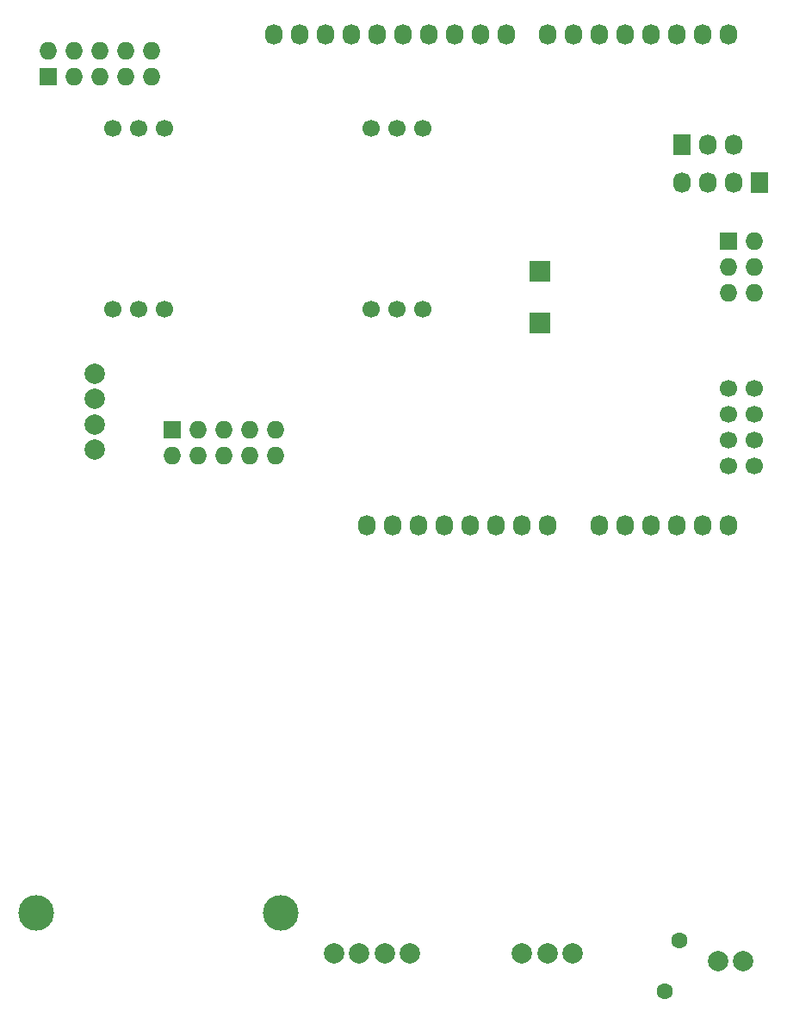
<source format=gbr>
G04 #@! TF.FileFunction,Soldermask,Bot*
%FSLAX46Y46*%
G04 Gerber Fmt 4.6, Leading zero omitted, Abs format (unit mm)*
G04 Created by KiCad (PCBNEW (2016-08-24 BZR 7090, Git 532a5fb)-product) date 10/24/16 18:53:44*
%MOMM*%
%LPD*%
G01*
G04 APERTURE LIST*
%ADD10C,0.100000*%
%ADD11R,1.727200X1.727200*%
%ADD12O,1.727200X1.727200*%
%ADD13C,3.500000*%
%ADD14O,1.727200X2.032000*%
%ADD15C,1.700000*%
%ADD16C,1.600000*%
%ADD17R,1.727200X2.032000*%
%ADD18C,2.000000*%
%ADD19R,1.998980X1.998980*%
G04 APERTURE END LIST*
D10*
D11*
X119818000Y-114390000D03*
D12*
X119818000Y-116930000D03*
X122358000Y-114390000D03*
X122358000Y-116930000D03*
X124898000Y-114390000D03*
X124898000Y-116930000D03*
X127438000Y-114390000D03*
X127438000Y-116930000D03*
X129978000Y-114390000D03*
X129978000Y-116930000D03*
D13*
X130498000Y-161865000D03*
X106498000Y-161865000D03*
D14*
X138938000Y-123825000D03*
X141478000Y-123825000D03*
X144018000Y-123825000D03*
X146558000Y-123825000D03*
X149098000Y-123825000D03*
X151638000Y-123825000D03*
X154178000Y-123825000D03*
X156718000Y-123825000D03*
X161798000Y-123825000D03*
X164338000Y-123825000D03*
X166878000Y-123825000D03*
X169418000Y-123825000D03*
X171958000Y-123825000D03*
X174498000Y-123825000D03*
X129794000Y-75565000D03*
X132334000Y-75565000D03*
X134874000Y-75565000D03*
X137414000Y-75565000D03*
X139954000Y-75565000D03*
X142494000Y-75565000D03*
X145034000Y-75565000D03*
X147574000Y-75565000D03*
X150114000Y-75565000D03*
X152654000Y-75565000D03*
X156718000Y-75565000D03*
X159258000Y-75565000D03*
X161798000Y-75565000D03*
X164338000Y-75565000D03*
X166878000Y-75565000D03*
X169418000Y-75565000D03*
X171958000Y-75565000D03*
X174498000Y-75565000D03*
D11*
X174498000Y-95885000D03*
D12*
X177038000Y-95885000D03*
X174498000Y-98425000D03*
X177038000Y-98425000D03*
X174498000Y-100965000D03*
X177038000Y-100965000D03*
D15*
X174498000Y-117945000D03*
X177038000Y-117945000D03*
X174498000Y-115405000D03*
X177038000Y-115405000D03*
X174498000Y-112865000D03*
X177038000Y-112865000D03*
X174498000Y-110325000D03*
X177038000Y-110325000D03*
D16*
X169748000Y-164615000D03*
X168281330Y-169615000D03*
D17*
X169958000Y-86365000D03*
D14*
X172498000Y-86365000D03*
X175038000Y-86365000D03*
D18*
X175998000Y-166615000D03*
X173498000Y-166615000D03*
X159248000Y-165865000D03*
X156748000Y-165865000D03*
X154248000Y-165865000D03*
X112198000Y-116365000D03*
X112198000Y-113865000D03*
X112198000Y-111365000D03*
X112198000Y-108865000D03*
D17*
X177578000Y-90115000D03*
D14*
X175038000Y-90115000D03*
X172498000Y-90115000D03*
X169958000Y-90115000D03*
D15*
X144488000Y-84725000D03*
X141948000Y-84725000D03*
X139408000Y-84725000D03*
X139408000Y-102505000D03*
X141948000Y-102505000D03*
X144488000Y-102505000D03*
X114008000Y-102505000D03*
X116548000Y-102505000D03*
X119088000Y-102505000D03*
X119088000Y-84725000D03*
X116548000Y-84725000D03*
X114008000Y-84725000D03*
D18*
X143248000Y-165865000D03*
X140748000Y-165865000D03*
X138248000Y-165865000D03*
X135748000Y-165865000D03*
D11*
X107668000Y-79655000D03*
D12*
X107668000Y-77115000D03*
X110208000Y-79655000D03*
X110208000Y-77115000D03*
X112748000Y-79655000D03*
X112748000Y-77115000D03*
X115288000Y-79655000D03*
X115288000Y-77115000D03*
X117828000Y-79655000D03*
X117828000Y-77115000D03*
D19*
X155998000Y-103905000D03*
X155998000Y-98825000D03*
M02*

</source>
